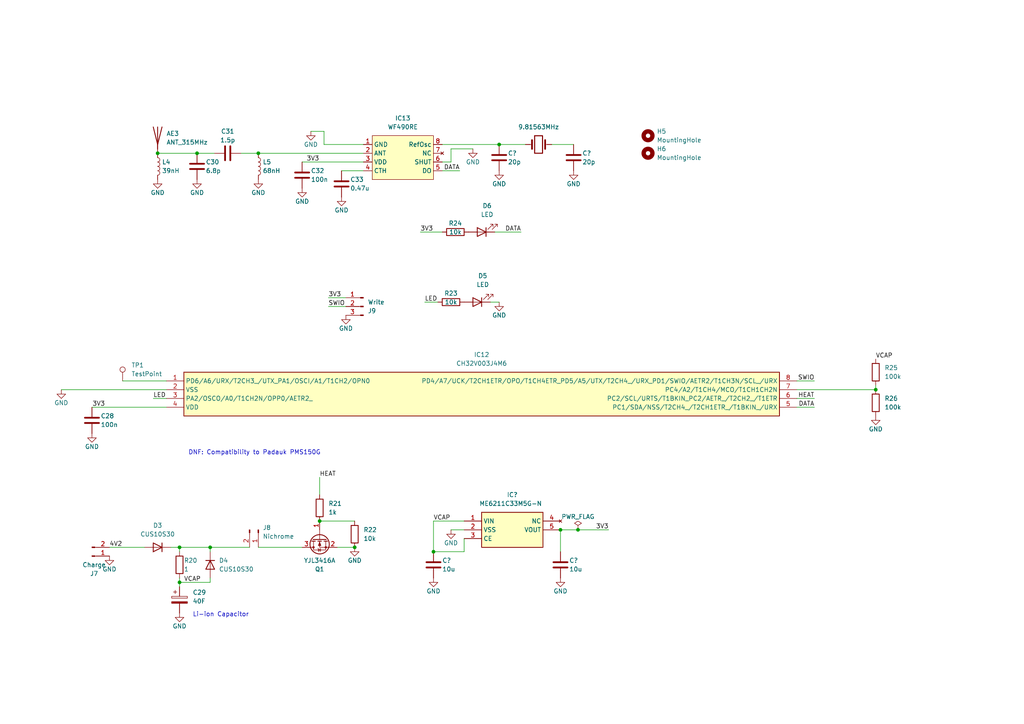
<source format=kicad_sch>
(kicad_sch (version 20230121) (generator eeschema)
  (paper "A4")
  (lib_symbols
    (symbol "Connector:Conn_01x02_Pin" (pin_names (offset 1.016) hide)
      (property "Reference" "J" (at 0 2.54 0))
      (property "Value" "Conn_01x02_Pin" (at 0 -5.08 0))
      (symbol "Conn_01x02_Pin_1_1"
        (polyline (pts (xy 1.27 -2.54) (xy 0.8636 -2.54)) (stroke (width 0.1524)))
        (polyline (pts (xy 1.27 0) (xy 0.8636 0)) (stroke (width 0.1524)))
        (rectangle (start 0.8636 -2.413) (end 0 -2.667) (stroke (width 0.1524)) (fill (type outline)))
        (rectangle (start 0.8636 0.127) (end 0 -0.127) (stroke (width 0.1524)) (fill (type outline)))
        (pin passive line (at 5.08 0 180) (length 3.81) (name "Pin_1") (number "1"))
        (pin passive line (at 5.08 -2.54 180) (length 3.81) (name "Pin_2") (number "2"))
      )
    )
    (symbol "Connector:Conn_01x03_Pin" (pin_names (offset 1.016) hide)
      (property "Reference" "J" (at 0 5.08 0))
      (property "Value" "Conn_01x03_Pin" (at 0 -5.08 0))
      (symbol "Conn_01x03_Pin_1_1"
        (polyline (pts (xy 1.27 -2.54) (xy 0.8636 -2.54)) (stroke (width 0.1524)))
        (polyline (pts (xy 1.27 0) (xy 0.8636 0)) (stroke (width 0.1524)))
        (polyline (pts (xy 1.27 2.54) (xy 0.8636 2.54)) (stroke (width 0.1524)))
        (rectangle (start 0.8636 -2.413) (end 0 -2.667) (stroke (width 0.1524)) (fill (type outline)))
        (rectangle (start 0.8636 0.127) (end 0 -0.127) (stroke (width 0.1524)) (fill (type outline)))
        (rectangle (start 0.8636 2.667) (end 0 2.413) (stroke (width 0.1524)) (fill (type outline)))
        (pin passive line (at 5.08 2.54 180) (length 3.81) (name "Pin_1") (number "1"))
        (pin passive line (at 5.08 0 180) (length 3.81) (name "Pin_2") (number "2"))
        (pin passive line (at 5.08 -2.54 180) (length 3.81) (name "Pin_3") (number "3"))
      )
    )
    (symbol "Connector:TestPoint" (pin_numbers hide) (pin_names (offset 0.762) hide)
      (property "Reference" "TP" (at 0 6.858 0))
      (property "Value" "TestPoint" (at 0 5.08 0))
      (symbol "TestPoint_0_1"
        (circle (center 0 3.302) (radius 0.762))
      )
      (symbol "TestPoint_1_1"
        (pin passive line (at 0 0 90) (length 2.54) (name "1") (number "1"))
      )
    )
    (symbol "Device:Antenna" (pin_numbers hide) (pin_names (offset 1.016) hide)
      (property "Reference" "AE" (at -1.905 1.905 0))
      (property "Value" "Antenna" (at -1.905 0 0))
      (symbol "Antenna_0_1"
        (polyline (pts (xy 0 2.54) (xy 0 -3.81)) (stroke (width 0.254)))
        (polyline (pts (xy 1.27 2.54) (xy 0 -2.54) (xy -1.27 2.54)) (stroke (width 0.254)))
      )
      (symbol "Antenna_1_1"
        (pin input line (at 0 -5.08 90) (length 2.54) (name "A") (number "1"))
      )
    )
    (symbol "Device:C" (pin_numbers hide) (pin_names (offset 0.254))
      (property "Reference" "C" (at 0.635 2.54 0))
      (property "Value" "C" (at 0.635 -2.54 0))
      (symbol "C_0_1"
        (polyline (pts (xy -2.032 -0.762) (xy 2.032 -0.762)) (stroke (width 0.508)))
        (polyline (pts (xy -2.032 0.762) (xy 2.032 0.762)) (stroke (width 0.508)))
      )
      (symbol "C_1_1"
        (pin passive line (at 0 3.81 270) (length 2.794) (name "~") (number "1"))
        (pin passive line (at 0 -3.81 90) (length 2.794) (name "~") (number "2"))
      )
    )
    (symbol "Device:C_Polarized" (pin_numbers hide) (pin_names (offset 0.254))
      (property "Reference" "C" (at 0.635 2.54 0))
      (property "Value" "C_Polarized" (at 0.635 -2.54 0))
      (symbol "C_Polarized_0_1"
        (rectangle (start -2.286 0.508) (end 2.286 1.016))
        (polyline (pts (xy -1.778 2.286) (xy -0.762 2.286)))
        (polyline (pts (xy -1.27 2.794) (xy -1.27 1.778)))
        (rectangle (start 2.286 -0.508) (end -2.286 -1.016) (fill (type outline)))
      )
      (symbol "C_Polarized_1_1"
        (pin passive line (at 0 3.81 270) (length 2.794) (name "~") (number "1"))
        (pin passive line (at 0 -3.81 90) (length 2.794) (name "~") (number "2"))
      )
    )
    (symbol "Device:Crystal" (pin_numbers hide) (pin_names (offset 1.016) hide)
      (property "Reference" "Y" (at 0 3.81 0))
      (property "Value" "Crystal" (at 0 -3.81 0))
      (symbol "Crystal_0_1"
        (rectangle (start -1.143 2.54) (end 1.143 -2.54) (stroke (width 0.3048)))
        (polyline (pts (xy -2.54 0) (xy -1.905 0)))
        (polyline (pts (xy -1.905 -1.27) (xy -1.905 1.27)) (stroke (width 0.508)))
        (polyline (pts (xy 1.905 -1.27) (xy 1.905 1.27)) (stroke (width 0.508)))
        (polyline (pts (xy 2.54 0) (xy 1.905 0)))
      )
      (symbol "Crystal_1_1"
        (pin passive line (at -3.81 0 0) (length 1.27) (name "1") (number "1"))
        (pin passive line (at 3.81 0 180) (length 1.27) (name "2") (number "2"))
      )
    )
    (symbol "Device:D" (pin_numbers hide) (pin_names (offset 1.016) hide)
      (property "Reference" "D" (at 0 2.54 0))
      (property "Value" "D" (at 0 -2.54 0))
      (symbol "D_0_1"
        (polyline (pts (xy -1.27 1.27) (xy -1.27 -1.27)) (stroke (width 0.254)))
        (polyline (pts (xy 1.27 0) (xy -1.27 0)))
        (polyline (pts (xy 1.27 1.27) (xy 1.27 -1.27) (xy -1.27 0) (xy 1.27 1.27)) (stroke (width 0.254)))
      )
      (symbol "D_1_1"
        (pin passive line (at -3.81 0 0) (length 2.54) (name "K") (number "1"))
        (pin passive line (at 3.81 0 180) (length 2.54) (name "A") (number "2"))
      )
    )
    (symbol "Device:L" (pin_numbers hide) (pin_names (offset 1.016) hide)
      (property "Reference" "L" (at -1.27 0 90))
      (property "Value" "L" (at 1.905 0 90))
      (symbol "L_0_1"
        (arc (start 0 -2.54) (mid 0.6323 -1.905) (end 0 -1.27))
        (arc (start 0 -1.27) (mid 0.6323 -0.635) (end 0 0))
        (arc (start 0 0) (mid 0.6323 0.635) (end 0 1.27))
        (arc (start 0 1.27) (mid 0.6323 1.905) (end 0 2.54))
      )
      (symbol "L_1_1"
        (pin passive line (at 0 3.81 270) (length 1.27) (name "1") (number "1"))
        (pin passive line (at 0 -3.81 90) (length 1.27) (name "2") (number "2"))
      )
    )
    (symbol "Device:LED" (pin_numbers hide) (pin_names (offset 1.016) hide)
      (property "Reference" "D" (at 0 2.54 0))
      (property "Value" "LED" (at 0 -2.54 0))
      (symbol "LED_0_1"
        (polyline (pts (xy -1.27 -1.27) (xy -1.27 1.27)) (stroke (width 0.254)))
        (polyline (pts (xy -1.27 0) (xy 1.27 0)))
        (polyline (pts (xy 1.27 -1.27) (xy 1.27 1.27) (xy -1.27 0) (xy 1.27 -1.27)) (stroke (width 0.254)))
        (polyline (pts (xy -3.048 -0.762) (xy -4.572 -2.286) (xy -3.81 -2.286) (xy -4.572 -2.286) (xy -4.572 -1.524)))
        (polyline (pts (xy -1.778 -0.762) (xy -3.302 -2.286) (xy -2.54 -2.286) (xy -3.302 -2.286) (xy -3.302 -1.524)))
      )
      (symbol "LED_1_1"
        (pin passive line (at -3.81 0 0) (length 2.54) (name "K") (number "1"))
        (pin passive line (at 3.81 0 180) (length 2.54) (name "A") (number "2"))
      )
    )
    (symbol "Device:R" (pin_numbers hide) (pin_names (offset 0))
      (property "Reference" "R" (at 2.032 0 90))
      (property "Value" "R" (at 0 0 90))
      (symbol "R_0_1"
        (rectangle (start -1.016 -2.54) (end 1.016 2.54) (stroke (width 0.254)))
      )
      (symbol "R_1_1"
        (pin passive line (at 0 3.81 270) (length 1.27) (name "~") (number "1"))
        (pin passive line (at 0 -3.81 90) (length 1.27) (name "~") (number "2"))
      )
    )
    (symbol "Ikafly_lib:WF490RE"
      (property "Reference" "IC" (at 0 10.16 0))
      (property "Value" "WF490RE" (at 0 7.62 0))
      (symbol "WF490RE_1_1"
        (rectangle (start -8.89 6.35) (end 8.89 -6.35) (fill (type background)))
        (pin input line (at -11.43 3.81 0) (length 2.54) (name "GND") (number "1"))
        (pin input line (at -11.43 1.27 0) (length 2.54) (name "ANT") (number "2"))
        (pin input line (at -11.43 -1.27 0) (length 2.54) (name "VDD") (number "3"))
        (pin input line (at -11.43 -3.81 0) (length 2.54) (name "CTH") (number "4"))
        (pin input line (at 11.43 -3.81 180) (length 2.54) (name "DO") (number "5"))
        (pin input line (at 11.43 -1.27 180) (length 2.54) (name "SHUT") (number "6"))
        (pin no_connect line (at 11.43 1.27 180) (length 2.54) (name "NC") (number "7"))
        (pin input line (at 11.43 3.81 180) (length 2.54) (name "RefOsc") (number "8"))
      )
    )
    (symbol "Mechanical:MountingHole" (pin_names (offset 1.016))
      (property "Reference" "H" (at 0 5.08 0))
      (property "Value" "MountingHole" (at 0 3.175 0))
      (symbol "MountingHole_0_1"
        (circle (center 0 0) (radius 1.27) (stroke (width 1.27)))
      )
    )
    (symbol "SamacSys_Parts:CH32V003J4M6"
      (property "Reference" "IC" (at 179.07 7.62 0))
      (property "Value" "CH32V003J4M6" (at 179.07 5.08 0))
      (symbol "CH32V003J4M6_1_1"
        (rectangle (start 5.08 2.54) (end 177.8 -10.16) (stroke (width 0.254)) (fill (type background)))
        (pin passive line (at 0 0 0) (length 5.08) (name "PD6/A6/URX/T2CH3_/UTX_PA1/OSCI/A1/T1CH2/OPN0") (number "1"))
        (pin passive line (at 0 -2.54 0) (length 5.08) (name "VSS") (number "2"))
        (pin passive line (at 0 -5.08 0) (length 5.08) (name "PA2/OSCO/A0/T1CH2N/OPP0/AETR2_") (number "3"))
        (pin passive line (at 0 -7.62 0) (length 5.08) (name "VDD") (number "4"))
        (pin passive line (at 182.88 -7.62 180) (length 5.08) (name "PC1/SDA/NSS/T2CH4_/T2CH1ETR_/T1BKIN_/URX") (number "5"))
        (pin passive line (at 182.88 -5.08 180) (length 5.08) (name "PC2/SCL/URTS/T1BKIN_PC2/AETR_/T2CH2_/T1ETR") (number "6"))
        (pin passive line (at 182.88 -2.54 180) (length 5.08) (name "PC4/A2/T1CH4/MCO/T1CH1CH2N") (number "7"))
        (pin passive line (at 182.88 0 180) (length 5.08) (name "PD4/A7/UCK/T2CH1ETR/OPO/T1CH4ETR_PD5/A5/UTX/T2CH4_/URX_PD1/SWIO/AETR2/T1CH3N/SCL_/URX") (number "8"))
      )
    )
    (symbol "SamacSys_Parts:ME6211C33M5G"
      (property "Reference" "IC" (at 24.13 7.62 0))
      (property "Value" "ME6211C33M5G" (at 24.13 5.08 0))
      (symbol "ME6211C33M5G_1_1"
        (rectangle (start 5.08 2.54) (end 22.86 -7.62) (stroke (width 0.254)) (fill (type background)))
        (pin passive line (at 0 0 0) (length 5.08) (name "VIN") (number "1"))
        (pin passive line (at 0 -2.54 0) (length 5.08) (name "VSS") (number "2"))
        (pin passive line (at 0 -5.08 0) (length 5.08) (name "CE") (number "3"))
        (pin no_connect line (at 27.94 0 180) (length 5.08) (name "NC") (number "4"))
        (pin passive line (at 27.94 -2.54 180) (length 5.08) (name "VOUT") (number "5"))
      )
    )
    (symbol "Transistor_FET:2N7002" (pin_names hide)
      (property "Reference" "Q" (at 5.08 1.905 0))
      (property "Value" "2N7002" (at 5.08 0 0))
      (symbol "2N7002_0_1"
        (polyline (pts (xy 0.254 0) (xy -2.54 0)))
        (polyline (pts (xy 0.254 1.905) (xy 0.254 -1.905)) (stroke (width 0.254)))
        (polyline (pts (xy 0.762 -1.27) (xy 0.762 -2.286)) (stroke (width 0.254)))
        (polyline (pts (xy 0.762 0.508) (xy 0.762 -0.508)) (stroke (width 0.254)))
        (polyline (pts (xy 0.762 2.286) (xy 0.762 1.27)) (stroke (width 0.254)))
        (polyline (pts (xy 2.54 2.54) (xy 2.54 1.778)))
        (polyline (pts (xy 2.54 -2.54) (xy 2.54 0) (xy 0.762 0)))
        (polyline (pts (xy 0.762 -1.778) (xy 3.302 -1.778) (xy 3.302 1.778) (xy 0.762 1.778)))
        (polyline (pts (xy 1.016 0) (xy 2.032 0.381) (xy 2.032 -0.381) (xy 1.016 0)) (fill (type outline)))
        (polyline (pts (xy 2.794 0.508) (xy 2.921 0.381) (xy 3.683 0.381) (xy 3.81 0.254)))
        (polyline (pts (xy 3.302 0.381) (xy 2.921 -0.254) (xy 3.683 -0.254) (xy 3.302 0.381)))
        (circle (center 1.651 0) (radius 2.794) (stroke (width 0.254)))
        (circle (center 2.54 -1.778) (radius 0.254) (fill (type outline)))
        (circle (center 2.54 1.778) (radius 0.254) (fill (type outline)))
      )
      (symbol "2N7002_1_1"
        (pin input line (at -5.08 0 0) (length 2.54) (name "G") (number "1"))
        (pin passive line (at 2.54 -5.08 90) (length 2.54) (name "S") (number "2"))
        (pin passive line (at 2.54 5.08 270) (length 2.54) (name "D") (number "3"))
      )
    )
    (symbol "power:GND" (power) (pin_names (offset 0))
      (property "Value" "GND" (at 0 -3.81 0))
      (symbol "GND_0_1"
        (polyline (pts (xy 0 0) (xy 0 -1.27) (xy 1.27 -1.27) (xy 0 -2.54) (xy -1.27 -1.27) (xy 0 -1.27)))
      )
      (symbol "GND_1_1"
        (pin power_in line (at 0 0 270) (length 0) hide (name "GND") (number "1"))
      )
    )
    (symbol "power:PWR_FLAG" (power) (pin_numbers hide) (pin_names (offset 0) hide)
      (property "Value" "PWR_FLAG" (at 0 3.81 0))
      (symbol "PWR_FLAG_0_0"
        (pin power_out line (at 0 0 90) (length 0) (name "pwr") (number "1"))
      )
      (symbol "PWR_FLAG_0_1"
        (polyline (pts (xy 0 0) (xy 0 1.27) (xy -1.016 1.905) (xy 0 2.54) (xy 1.016 1.905) (xy 0 1.27)))
      )
    )
  )
  (junction (at 52.07 158.75))
  (junction (at 102.87 158.75))
  (junction (at 254 113.03))
  (junction (at 162.56 153.67))
  (junction (at 57.15 44.45))
  (junction (at 144.78 41.91))
  (junction (at 60.96 158.75))
  (junction (at 125.73 160.02))
  (junction (at 74.93 44.45))
  (junction (at 52.07 168.91))
  (junction (at 45.72 44.45))
  (junction (at 167.64 153.67))
  (junction (at 92.71 151.13))
  (wire (pts (xy 231.14 110.49) (xy 236.22 110.49)))
  (wire (pts (xy 45.72 44.45) (xy 57.15 44.45)))
  (wire (pts (xy 162.56 160.02) (xy 162.56 153.67)))
  (wire (pts (xy 231.14 113.03) (xy 254 113.03)))
  (wire (pts (xy 125.73 151.13) (xy 125.73 160.02)))
  (wire (pts (xy 60.96 167.64) (xy 60.96 168.91)))
  (wire (pts (xy 35.56 110.49) (xy 48.26 110.49)))
  (wire (pts (xy 17.78 113.03) (xy 48.26 113.03)))
  (wire (pts (xy 60.96 160.02) (xy 60.96 158.75)))
  (wire (pts (xy 128.27 46.99) (xy 130.81 46.99)))
  (wire (pts (xy 31.75 158.75) (xy 41.91 158.75)))
  (wire (pts (xy 60.96 158.75) (xy 72.39 158.75)))
  (wire (pts (xy 69.85 44.45) (xy 74.93 44.45)))
  (wire (pts (xy 134.62 156.21) (xy 134.62 160.02)))
  (wire (pts (xy 162.56 153.67) (xy 167.64 153.67)))
  (wire (pts (xy 167.64 153.67) (xy 176.53 153.67)))
  (wire (pts (xy 128.27 41.91) (xy 144.78 41.91)))
  (wire (pts (xy 130.81 46.99) (xy 130.81 43.18)))
  (wire (pts (xy 254 113.03) (xy 254 111.76)))
  (wire (pts (xy 52.07 168.91) (xy 52.07 170.18)))
  (wire (pts (xy 121.92 67.31) (xy 128.27 67.31)))
  (wire (pts (xy 52.07 158.75) (xy 49.53 158.75)))
  (wire (pts (xy 93.98 38.1) (xy 93.98 41.91)))
  (wire (pts (xy 130.81 43.18) (xy 137.16 43.18)))
  (wire (pts (xy 74.93 44.45) (xy 105.41 44.45)))
  (wire (pts (xy 52.07 168.91) (xy 52.07 167.64)))
  (wire (pts (xy 151.13 67.31) (xy 143.51 67.31)))
  (wire (pts (xy 26.67 118.11) (xy 48.26 118.11)))
  (wire (pts (xy 87.63 46.99) (xy 105.41 46.99)))
  (wire (pts (xy 95.25 86.36) (xy 100.33 86.36)))
  (wire (pts (xy 92.71 138.43) (xy 92.71 143.51)))
  (wire (pts (xy 44.45 115.57) (xy 48.26 115.57)))
  (wire (pts (xy 93.98 41.91) (xy 105.41 41.91)))
  (wire (pts (xy 134.62 160.02) (xy 125.73 160.02)))
  (wire (pts (xy 125.73 151.13) (xy 134.62 151.13)))
  (wire (pts (xy 99.06 49.53) (xy 105.41 49.53)))
  (wire (pts (xy 144.78 41.91) (xy 152.4 41.91)))
  (wire (pts (xy 60.96 168.91) (xy 52.07 168.91)))
  (wire (pts (xy 97.79 158.75) (xy 102.87 158.75)))
  (wire (pts (xy 236.22 118.11) (xy 231.14 118.11)))
  (wire (pts (xy 57.15 44.45) (xy 62.23 44.45)))
  (wire (pts (xy 128.27 49.53) (xy 133.35 49.53)))
  (wire (pts (xy 236.22 115.57) (xy 231.14 115.57)))
  (wire (pts (xy 52.07 160.02) (xy 52.07 158.75)))
  (wire (pts (xy 123.19 87.63) (xy 127 87.63)))
  (wire (pts (xy 144.78 87.63) (xy 142.24 87.63)))
  (wire (pts (xy 90.17 38.1) (xy 93.98 38.1)))
  (wire (pts (xy 52.07 158.75) (xy 60.96 158.75)))
  (wire (pts (xy 160.02 41.91) (xy 166.37 41.91)))
  (wire (pts (xy 130.81 153.67) (xy 134.62 153.67)))
  (wire (pts (xy 95.25 88.9) (xy 100.33 88.9)))
  (wire (pts (xy 74.93 158.75) (xy 87.63 158.75)))
  (wire (pts (xy 92.71 151.13) (xy 102.87 151.13)))
  (text "Li-ion Capacitor" (at 55.88 179.07 0) (effects (font (size 1.27 1.27)) (justify left bottom)))
  (text "DNF: Compatibility to Padauk PMS150G" (at 54.61 132.08 0) (effects (font (size 1.27 1.27)) (justify left bottom)))
  (label "HEAT" (at 236.22 115.57 180))
  (label "DATA" (at 133.35 49.53 180))
  (label "3V3" (at 88.9 46.99 0))
  (label "DATA" (at 151.13 67.31 180))
  (label "3V3" (at 176.53 153.67 180))
  (label "VCAP" (at 254 104.14 0))
  (label "LED" (at 123.19 87.63 0))
  (label "SWIO" (at 95.25 88.9 0))
  (label "3V3" (at 95.25 86.36 0))
  (label "LED" (at 44.45 115.57 0))
  (label "3V3" (at 30.48 118.11 180))
  (label "4V2" (at 31.75 158.75 0))
  (label "3V3" (at 121.92 67.31 0))
  (label "HEAT" (at 92.71 138.43 0))
  (label "SWIO" (at 236.22 110.49 180))
  (label "VCAP" (at 53.34 168.91 0))
  (label "DATA" (at 236.22 118.11 180))
  (label "VCAP" (at 125.73 151.13 0))
  (symbol (lib_id "Device:R") (at 132.08 67.31 90) (unit 1)
    (property "Reference" "R24" (at 132.08 64.77 90))
    (property "Value" "10k" (at 132.08 67.31 90))
    (property "Footprint" "Resistor_SMD:R_0402_1005Metric" (effects hide))
  )
  (symbol (lib_id "power:GND") (at 52.07 177.8 0) (unit 1)
    (property "Reference" "#PWR?" (effects hide))
    (property "Value" "GND" (at 52.07 181.61 0))
    (instances (project "ikafly_main" (path "" (reference "#PWR?") (unit 1)) (path "" (reference "#PWR068") (unit 1))))
  )
  (symbol (lib_id "Device:C") (at 144.78 45.72 0) (unit 1)
    (property "Reference" "C?" (at 147.32 44.45 0) (effects (justify left)))
    (property "Value" "20p" (at 147.32 46.99 0) (effects (justify left)))
    (property "Footprint" "Capacitor_SMD:C_0402_1005Metric" (effects hide))
    (instances (project "ikafly_main" (path "" (reference "C?") (unit 1)) (path "" (reference "C35") (unit 1))))
  )
  (symbol (lib_id "Device:R") (at 52.07 163.83 0) (unit 1)
    (property "Reference" "R20" (at 53.34 162.56 0) (effects (justify left)))
    (property "Value" "1" (at 53.34 165.1 0) (effects (justify left)))
    (property "Footprint" "Resistor_SMD:R_2512_6332Metric" (effects hide))
    (property "LCSC" "C3000711" (effects hide))
  )
  (symbol (lib_id "power:GND") (at 125.73 167.64 0) (unit 1)
    (property "Reference" "#PWR?" (effects hide))
    (property "Value" "GND" (at 125.73 171.45 0))
    (instances (project "camera_exp" (path "" (reference "#PWR?") (unit 1))) (project "ikafly_main" (path "" (reference "#PWR?") (unit 1)) (path "" (reference "#PWR076") (unit 1))))
  )
  (symbol (lib_id "Device:R") (at 130.81 87.63 90) (unit 1)
    (property "Reference" "R23" (at 130.81 85.09 90))
    (property "Value" "10k" (at 130.81 87.63 90))
    (property "Footprint" "Resistor_SMD:R_0402_1005Metric" (effects hide))
  )
  (symbol (lib_id "Device:Crystal") (at 156.21 41.91 0) (unit 1)
    (property "Reference" "Y3" (effects hide))
    (property "Value" "9.81563MHz" (at 156.21 36.83 0))
    (property "Footprint" "Crystal:Crystal_SMD_HC49-SD" (effects hide))
  )
  (symbol (lib_id "Connector:Conn_01x03_Pin") (at 105.41 88.9 0) (mirror y) (unit 1)
    (property "Reference" "J9" (at 106.68 90.17 0) (effects (justify right)))
    (property "Value" "Write" (at 106.68 87.63 0) (effects (justify right)))
    (property "Footprint" "Connector_PinHeader_2.54mm:PinHeader_1x03_P2.54mm_Vertical" (effects hide))
  )
  (symbol (lib_id "power:GND") (at 45.72 52.07 0) (unit 1)
    (property "Reference" "#PWR067" (effects hide))
    (property "Value" "GND" (at 45.72 55.88 0))
  )
  (symbol (lib_id "SamacSys_Parts:CH32V003J4M6") (at 48.26 110.49 0) (unit 1)
    (property "Reference" "IC12" (at 139.7 102.87 0))
    (property "Value" "CH32V003J4M6" (at 139.7 105.41 0))
    (property "Footprint" "SamacSys_Parts:SOIC127P600X155-8N" (effects hide))
    (property "Datasheet" "https://www.wch-ic.com/downloads/file/359.html?time=2024-02-19%2021:36:49&code=g2fI0G6J0762wmPziIzNbHvSaSadYsJ5B8SPEtxL" (effects hide))
    (property "Height" "1.55" (effects hide))
    (property "Manufacturer_Name" "WCH" (effects hide))
    (property "Manufacturer_Part_Number" "CH32V003J4M6" (effects hide))
  )
  (symbol (lib_id "Device:C") (at 99.06 53.34 0) (unit 1)
    (property "Reference" "C33" (at 101.6 52.07 0) (effects (justify left)))
    (property "Value" "0.47u" (at 101.6 54.61 0) (effects (justify left)))
    (property "Footprint" "Capacitor_SMD:C_0402_1005Metric" (effects hide))
  )
  (symbol (lib_id "Device:D") (at 60.96 163.83 270) (unit 1)
    (property "Reference" "D4" (at 63.5 162.56 90) (effects (justify left)))
    (property "Value" "CUS10S30" (at 63.5 165.1 90) (effects (justify left)))
    (property "Footprint" "Diode_SMD:D_SOD-323" (effects hide))
    (property "Sim.Device" "D" (effects hide))
    (property "Sim.Pins" "1=K 2=A" (effects hide))
  )
  (symbol (lib_id "Connector:Conn_01x02_Pin") (at 74.93 153.67 270) (unit 1)
    (property "Reference" "J8" (at 76.2 153.035 90) (effects (justify left)))
    (property "Value" "Nichrome" (at 76.2 155.575 90) (effects (justify left)))
    (property "Footprint" "Ikafly_lib:TerminalBlock_TB111-2-2-U-1-1" (effects hide))
  )
  (symbol (lib_id "Device:C") (at 26.67 121.92 0) (unit 1)
    (property "Reference" "C28" (at 29.21 120.65 0) (effects (justify left)))
    (property "Value" "100n" (at 29.21 123.19 0) (effects (justify left)))
    (property "Footprint" "Capacitor_SMD:C_0402_1005Metric" (effects hide))
  )
  (symbol (lib_id "power:GND") (at 17.78 113.03 0) (unit 1)
    (property "Reference" "#PWR064" (effects hide))
    (property "Value" "GND" (at 17.78 116.84 0))
  )
  (symbol (lib_id "Device:C_Polarized") (at 52.07 173.99 0) (unit 1)
    (property "Reference" "C29" (at 55.88 171.831 0) (effects (justify left)))
    (property "Value" "40F" (at 55.88 174.371 0) (effects (justify left)))
    (property "Footprint" "Ikafly_lib:Capacitor_P3.5_8x20_H" (effects hide))
  )
  (symbol (lib_id "power:GND") (at 254 120.65 0) (unit 1)
    (property "Reference" "#PWR083" (effects hide))
    (property "Value" "GND" (at 254 124.46 0))
  )
  (symbol (lib_id "power:GND") (at 57.15 52.07 0) (unit 1)
    (property "Reference" "#PWR069" (effects hide))
    (property "Value" "GND" (at 57.15 55.88 0))
  )
  (symbol (lib_id "Device:D") (at 45.72 158.75 180) (unit 1)
    (property "Reference" "D3" (at 45.72 152.4 0))
    (property "Value" "CUS10S30" (at 45.72 154.94 0))
    (property "Footprint" "Diode_SMD:D_SOD-323" (effects hide))
    (property "Sim.Device" "D" (effects hide))
    (property "Sim.Pins" "1=K 2=A" (effects hide))
  )
  (symbol (lib_id "power:GND") (at 162.56 167.64 0) (unit 1)
    (property "Reference" "#PWR?" (effects hide))
    (property "Value" "GND" (at 162.56 171.45 0))
    (instances (project "camera_exp" (path "" (reference "#PWR?") (unit 1))) (project "ikafly_main" (path "" (reference "#PWR?") (unit 1)) (path "" (reference "#PWR081") (unit 1))))
  )
  (symbol (lib_id "power:GND") (at 74.93 52.07 0) (unit 1)
    (property "Reference" "#PWR070" (effects hide))
    (property "Value" "GND" (at 74.93 55.88 0))
  )
  (symbol (lib_id "power:GND") (at 144.78 87.63 0) (unit 1)
    (property "Reference" "#PWR080" (effects hide))
    (property "Value" "GND" (at 144.78 91.44 0))
  )
  (symbol (lib_id "Device:C") (at 166.37 45.72 0) (unit 1)
    (property "Reference" "C?" (at 168.91 44.45 0) (effects (justify left)))
    (property "Value" "20p" (at 168.91 46.99 0) (effects (justify left)))
    (property "Footprint" "Capacitor_SMD:C_0402_1005Metric" (effects hide))
    (instances (project "ikafly_main" (path "" (reference "C?") (unit 1)) (path "" (reference "C37") (unit 1))))
  )
  (symbol (lib_id "Transistor_FET:2N7002") (at 92.71 156.21 90) (mirror x) (unit 1)
    (property "Reference" "Q1" (at 92.71 165.1 90))
    (property "Value" "YJL3416A" (at 92.71 162.56 90))
    (property "Footprint" "Package_TO_SOT_SMD:SOT-23" (effects hide))
    (property "Datasheet" "https://www.onsemi.com/pub/Collateral/NDS7002A-D.PDF" (effects hide))
  )
  (symbol (lib_id "Connector:Conn_01x02_Pin") (at 26.67 161.29 0) (mirror x) (unit 1)
    (property "Reference" "J7" (at 27.305 166.37 0))
    (property "Value" "Charge" (at 27.305 163.83 0))
    (property "Footprint" "Connector_PinHeader_2.54mm:PinHeader_1x02_P2.54mm_Horizontal" (effects hide))
  )
  (symbol (lib_id "power:GND") (at 99.06 57.15 0) (unit 1)
    (property "Reference" "#PWR073" (effects hide))
    (property "Value" "GND" (at 99.06 60.96 0))
  )
  (symbol (lib_id "Device:R") (at 254 116.84 0) (unit 1)
    (property "Reference" "R26" (at 256.54 115.57 0) (effects (justify left)))
    (property "Value" "100k" (at 256.54 118.11 0) (effects (justify left)))
    (property "Footprint" "Resistor_SMD:R_0402_1005Metric" (effects hide))
  )
  (symbol (lib_id "Device:L") (at 45.72 48.26 0) (unit 1)
    (property "Reference" "L4" (at 46.99 46.99 0) (effects (justify left)))
    (property "Value" "39nH" (at 46.99 49.53 0) (effects (justify left)))
    (property "Footprint" "Inductor_SMD:L_0402_1005Metric" (effects hide))
    (property "LCSC" "C395063" (effects hide))
  )
  (symbol (lib_id "Device:Antenna") (at 45.72 39.37 0) (unit 1)
    (property "Reference" "AE3" (at 48.26 38.735 0) (effects (justify left)))
    (property "Value" "ANT_315MHz" (at 48.26 41.275 0) (effects (justify left)))
    (property "Footprint" "Connector_Pin:Pin_D1.0mm_L10.0mm" (effects hide))
  )
  (symbol (lib_id "Device:C") (at 57.15 48.26 0) (unit 1)
    (property "Reference" "C30" (at 59.69 46.99 0) (effects (justify left)))
    (property "Value" "6.8p" (at 59.69 49.53 0) (effects (justify left)))
    (property "Footprint" "Capacitor_SMD:C_0402_1005Metric" (effects hide))
  )
  (symbol (lib_id "Device:R") (at 102.87 154.94 0) (unit 1)
    (property "Reference" "R22" (at 105.41 153.67 0) (effects (justify left)))
    (property "Value" "10k" (at 105.41 156.21 0) (effects (justify left)))
    (property "Footprint" "Resistor_SMD:R_0402_1005Metric" (effects hide))
  )
  (symbol (lib_id "Mechanical:MountingHole") (at 187.96 44.45 0) (unit 1)
    (property "Reference" "H6" (at 190.5 43.18 0) (effects (justify left)))
    (property "Value" "MountingHole" (at 190.5 45.72 0) (effects (justify left)))
    (property "Footprint" "MountingHole:MountingHole_2.2mm_M2" (effects hide))
  )
  (symbol (lib_id "Device:C") (at 125.73 163.83 0) (unit 1)
    (property "Reference" "C?" (at 128.27 162.56 0) (effects (justify left)))
    (property "Value" "10u" (at 128.27 165.1 0) (effects (justify left)))
    (property "Footprint" "Capacitor_SMD:C_0603_1608Metric" (effects hide))
    (instances (project "camera_exp" (path "" (reference "C?") (unit 1))) (project "ikafly_main" (path "" (reference "C?") (unit 1)) (path "" (reference "C34") (unit 1))))
  )
  (symbol (lib_id "SamacSys_Parts:ME6211C33M5G") (at 134.62 151.13 0) (unit 1)
    (property "Reference" "IC?" (at 148.59 143.51 0))
    (property "Value" "ME6211C33M5G-N " (at 148.59 146.05 0))
    (property "Footprint" "SamacSys_Parts:SOT95P282X145-5N" (effects hide))
    (property "Height" "1.45" (effects hide))
    (property "Manufacturer_Name" "Microne" (effects hide))
    (property "Manufacturer_Part_Number" "ME6211C33M5G" (effects hide))
    (property "LCSC" "C82942" (effects hide))
    (instances (project "camera_exp" (path "" (reference "IC?") (unit 1))) (project "ikafly_main" (path "" (reference "IC?") (unit 1)) (path "" (reference "IC14") (unit 1))))
  )
  (symbol (lib_id "power:GND") (at 100.33 91.44 0) (unit 1)
    (property "Reference" "#PWR074" (effects hide))
    (property "Value" "GND" (at 100.33 95.25 0))
  )
  (symbol (lib_id "Ikafly_lib:WF490RE") (at 116.84 45.72 0) (unit 1)
    (property "Reference" "IC13" (at 116.84 34.29 0))
    (property "Value" "WF490RE" (at 116.84 36.83 0))
    (property "Footprint" "Package_SO:SOP-8_3.9x4.9mm_P1.27mm" (effects hide))
  )
  (symbol (lib_id "Mechanical:MountingHole") (at 187.96 39.37 0) (unit 1)
    (property "Reference" "H5" (at 190.5 38.1 0) (effects (justify left)))
    (property "Value" "MountingHole" (at 190.5 40.64 0) (effects (justify left)))
    (property "Footprint" "MountingHole:MountingHole_2.2mm_M2" (effects hide))
  )
  (symbol (lib_id "power:PWR_FLAG") (at 167.64 153.67 0) (unit 1)
    (property "Reference" "#FLG?" (effects hide))
    (property "Value" "PWR_FLAG" (at 167.64 149.86 0))
    (instances (project "camera_exp" (path "" (reference "#FLG?") (unit 1))) (project "ikafly_main" (path "" (reference "#FLG?") (unit 1)) (path "" (reference "#FLG03") (unit 1))))
  )
  (symbol (lib_id "Device:LED") (at 139.7 67.31 180) (unit 1)
    (property "Reference" "D6" (at 141.2875 59.69 0))
    (property "Value" "LED" (at 141.2875 62.23 0))
    (property "Footprint" "LED_SMD:LED_0603_1608Metric" (effects hide))
  )
  (symbol (lib_id "power:GND") (at 31.75 161.29 0) (unit 1)
    (property "Reference" "#PWR?" (effects hide))
    (property "Value" "GND" (at 31.75 165.1 0))
    (instances (project "ikafly_main" (path "" (reference "#PWR?") (unit 1)) (path "" (reference "#PWR066") (unit 1))))
  )
  (symbol (lib_id "Device:L") (at 74.93 48.26 0) (unit 1)
    (property "Reference" "L5" (at 76.2 46.99 0) (effects (justify left)))
    (property "Value" "68nH" (at 76.2 49.53 0) (effects (justify left)))
    (property "Footprint" "Inductor_SMD:L_0402_1005Metric" (effects hide))
    (property "LCSC" "C90182" (effects hide))
  )
  (symbol (lib_id "Device:C") (at 66.04 44.45 90) (unit 1)
    (property "Reference" "C31" (at 66.04 38.1 90))
    (property "Value" "1.5p" (at 66.04 40.64 90))
    (property "Footprint" "Capacitor_SMD:C_0402_1005Metric" (effects hide))
  )
  (symbol (lib_id "power:GND") (at 90.17 38.1 0) (unit 1)
    (property "Reference" "#PWR072" (effects hide))
    (property "Value" "GND" (at 90.17 41.91 0))
  )
  (symbol (lib_id "power:GND") (at 87.63 54.61 0) (unit 1)
    (property "Reference" "#PWR071" (effects hide))
    (property "Value" "GND" (at 87.63 58.42 0))
  )
  (symbol (lib_id "Device:LED") (at 138.43 87.63 180) (unit 1)
    (property "Reference" "D5" (at 140.0175 80.01 0))
    (property "Value" "LED" (at 140.0175 82.55 0))
    (property "Footprint" "LED_SMD:LED_0603_1608Metric" (effects hide))
  )
  (symbol (lib_id "Connector:TestPoint") (at 35.56 110.49 0) (unit 1)
    (property "Reference" "TP1" (at 38.1 105.918 0) (effects (justify left)))
    (property "Value" "TestPoint" (at 38.1 108.458 0) (effects (justify left)))
    (property "Footprint" "TestPoint:TestPoint_Pad_D1.0mm" (effects hide))
  )
  (symbol (lib_id "Device:R") (at 254 107.95 0) (unit 1)
    (property "Reference" "R25" (at 256.54 106.68 0) (effects (justify left)))
    (property "Value" "100k" (at 256.54 109.22 0) (effects (justify left)))
    (property "Footprint" "Resistor_SMD:R_0402_1005Metric" (effects hide))
  )
  (symbol (lib_id "Device:C") (at 162.56 163.83 0) (unit 1)
    (property "Reference" "C?" (at 165.1 162.56 0) (effects (justify left)))
    (property "Value" "10u" (at 165.1 165.1 0) (effects (justify left)))
    (property "Footprint" "Capacitor_SMD:C_0603_1608Metric" (effects hide))
    (instances (project "camera_exp" (path "" (reference "C?") (unit 1))) (project "ikafly_main" (path "" (reference "C?") (unit 1)) (path "" (reference "C36") (unit 1))))
  )
  (symbol (lib_id "power:GND") (at 102.87 158.75 0) (unit 1)
    (property "Reference" "#PWR075" (effects hide))
    (property "Value" "GND" (at 102.87 162.56 0))
  )
  (symbol (lib_id "power:GND") (at 26.67 125.73 0) (unit 1)
    (property "Reference" "#PWR065" (effects hide))
    (property "Value" "GND" (at 26.67 129.54 0))
  )
  (symbol (lib_id "power:GND") (at 137.16 43.18 0) (unit 1)
    (property "Reference" "#PWR078" (effects hide))
    (property "Value" "GND" (at 137.16 46.99 0))
  )
  (symbol (lib_id "power:GND") (at 144.78 49.53 0) (unit 1)
    (property "Reference" "#PWR?" (effects hide))
    (property "Value" "GND" (at 144.78 53.34 0))
    (instances (project "ikafly_main" (path "" (reference "#PWR?") (unit 1)) (path "" (reference "#PWR079") (unit 1))))
  )
  (symbol (lib_id "Device:R") (at 92.71 147.32 0) (unit 1)
    (property "Reference" "R21" (at 95.25 146.05 0) (effects (justify left)))
    (property "Value" "1k" (at 95.25 148.59 0) (effects (justify left)))
    (property "Footprint" "Resistor_SMD:R_0402_1005Metric" (effects hide))
  )
  (symbol (lib_id "Device:C") (at 87.63 50.8 0) (unit 1)
    (property "Reference" "C32" (at 90.17 49.53 0) (effects (justify left)))
    (property "Value" "100n" (at 90.17 52.07 0) (effects (justify left)))
    (property "Footprint" "Capacitor_SMD:C_0402_1005Metric" (effects hide))
  )
  (symbol (lib_id "power:GND") (at 130.81 153.67 0) (unit 1)
    (property "Reference" "#PWR?" (effects hide))
    (property "Value" "GND" (at 130.81 157.48 0))
    (instances (project "camera_exp" (path "" (reference "#PWR?") (unit 1))) (project "ikafly_main" (path "" (reference "#PWR?") (unit 1)) (path "" (reference "#PWR077") (unit 1))))
  )
  (symbol (lib_id "power:GND") (at 166.37 49.53 0) (unit 1)
    (property "Reference" "#PWR?" (effects hide))
    (property "Value" "GND" (at 166.37 53.34 0))
    (instances (project "ikafly_main" (path "" (reference "#PWR?") (unit 1)) (path "" (reference "#PWR082") (unit 1))))
  )
)
</source>
